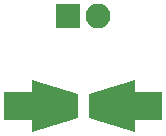
<source format=gbr>
G04 #@! TF.GenerationSoftware,KiCad,Pcbnew,(5.0.0)*
G04 #@! TF.CreationDate,2018-07-31T15:29:21+01:00*
G04 #@! TF.ProjectId,uv_led,75765F6C65642E6B696361645F706362,rev?*
G04 #@! TF.SameCoordinates,Original*
G04 #@! TF.FileFunction,Soldermask,Top*
G04 #@! TF.FilePolarity,Negative*
%FSLAX46Y46*%
G04 Gerber Fmt 4.6, Leading zero omitted, Abs format (unit mm)*
G04 Created by KiCad (PCBNEW (5.0.0)) date 07/31/18 15:29:21*
%MOMM*%
%LPD*%
G01*
G04 APERTURE LIST*
%ADD10C,3.070350*%
%ADD11C,0.100000*%
%ADD12R,2.398980X2.398980*%
%ADD13R,2.100000X2.100000*%
%ADD14O,2.100000X2.100000*%
G04 APERTURE END LIST*
D10*
G04 #@! TO.C,D1*
X146177000Y-93980000D03*
D11*
G36*
X144226940Y-96201936D02*
X144226940Y-91758064D01*
X148127060Y-92983574D01*
X148127060Y-94976426D01*
X144226940Y-96201936D01*
X144226940Y-96201936D01*
G37*
D10*
X151003000Y-93980000D03*
D11*
G36*
X152953060Y-91758064D02*
X152953060Y-96201936D01*
X149052940Y-94976426D01*
X149052940Y-92983574D01*
X152953060Y-91758064D01*
X152953060Y-91758064D01*
G37*
D12*
X143088360Y-93980000D03*
X154091640Y-93980000D03*
G04 #@! TD*
D13*
G04 #@! TO.C,J1*
X147320000Y-86360000D03*
D14*
X149860000Y-86360000D03*
G04 #@! TD*
M02*

</source>
